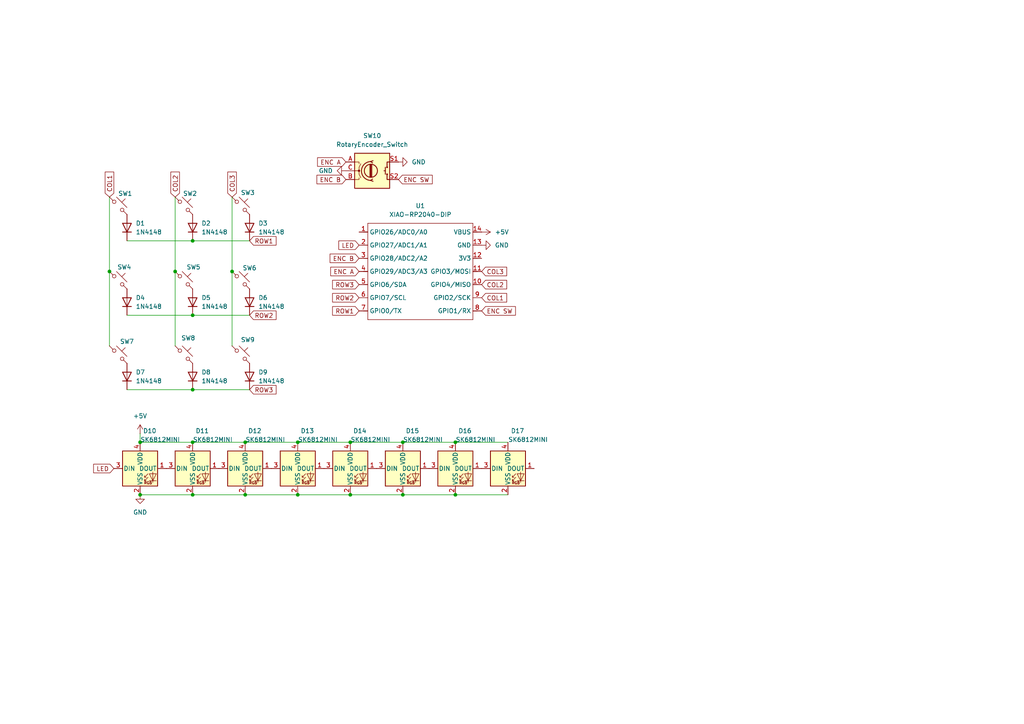
<source format=kicad_sch>
(kicad_sch (version 20231120) (generator "eeschema") (generator_version "8.0")
  (paper "A4")
  (lib_symbols
    (symbol "Device:RotaryEncoder_Switch" (pin_names (offset 0.254) hide)
      (property "Reference" "SW" (at 0 6.604 0))
      (property "Value" "RotaryEncoder_Switch" (at 0 -6.604 0))
      (symbol "RotaryEncoder_Switch_0_1"
        (rectangle (start -5.08 5.08) (end 5.08 -5.08) (stroke (width 0.254)) (fill (type background)))
        (circle (center -3.81 0) (radius 0.254) (fill (type outline)))
        (circle (center -0.381 0) (radius 1.905) (stroke (width 0.254)))
        (arc (start -0.381 2.667) (mid -3.0988 -0.0635) (end -0.381 -2.794) (stroke (width 0.254)))
        (polyline (pts (xy -0.635 -1.778) (xy -0.635 1.778)) (stroke (width 0.254)))
        (polyline (pts (xy -0.381 -1.778) (xy -0.381 1.778)) (stroke (width 0.254)))
        (polyline (pts (xy -0.127 1.778) (xy -0.127 -1.778)) (stroke (width 0.254)))
        (polyline (pts (xy 3.81 0) (xy 3.429 0)) (stroke (width 0.254)))
        (polyline (pts (xy 3.81 1.016) (xy 3.81 -1.016)) (stroke (width 0.254)))
        (polyline (pts (xy -5.08 -2.54) (xy -3.81 -2.54) (xy -3.81 -2.032)))
        (polyline (pts (xy -5.08 2.54) (xy -3.81 2.54) (xy -3.81 2.032)))
        (polyline (pts (xy 0.254 -3.048) (xy -0.508 -2.794) (xy 0.127 -2.413)) (stroke (width 0.254)))
        (polyline (pts (xy 0.254 2.921) (xy -0.508 2.667) (xy 0.127 2.286)) (stroke (width 0.254)))
        (polyline (pts (xy 5.08 -2.54) (xy 4.318 -2.54) (xy 4.318 -1.016)) (stroke (width 0.254)))
        (polyline (pts (xy 5.08 2.54) (xy 4.318 2.54) (xy 4.318 1.016)) (stroke (width 0.254)))
        (polyline (pts (xy -5.08 0) (xy -3.81 0) (xy -3.81 -1.016) (xy -3.302 -2.032)))
        (polyline (pts (xy -4.318 0) (xy -3.81 0) (xy -3.81 1.016) (xy -3.302 2.032)))
        (circle (center 4.318 -1.016) (radius 0.127) (stroke (width 0.254)))
        (circle (center 4.318 1.016) (radius 0.127) (stroke (width 0.254)))
      )
      (symbol "RotaryEncoder_Switch_1_1"
        (pin passive line (at -7.62 2.54 0) (length 2.54) (name "A") (number "A"))
        (pin passive line (at -7.62 -2.54 0) (length 2.54) (name "B") (number "B"))
        (pin passive line (at -7.62 0 0) (length 2.54) (name "C") (number "C"))
        (pin passive line (at 7.62 2.54 180) (length 2.54) (name "S1") (number "S1"))
        (pin passive line (at 7.62 -2.54 180) (length 2.54) (name "S2") (number "S2"))
      )
    )
    (symbol "Diode:1N4148" (pin_numbers hide) (pin_names hide)
      (property "Reference" "D" (at 0 2.54 0))
      (property "Value" "1N4148" (at 0 -2.54 0))
      (symbol "1N4148_0_1"
        (polyline (pts (xy -1.27 1.27) (xy -1.27 -1.27)) (stroke (width 0.254)))
        (polyline (pts (xy 1.27 0) (xy -1.27 0)))
        (polyline (pts (xy 1.27 1.27) (xy 1.27 -1.27) (xy -1.27 0) (xy 1.27 1.27)) (stroke (width 0.254)))
      )
      (symbol "1N4148_1_1"
        (pin passive line (at -3.81 0 0) (length 2.54) (name "K") (number "1"))
        (pin passive line (at 3.81 0 180) (length 2.54) (name "A") (number "2"))
      )
    )
    (symbol "LED:SK6812MINI" (pin_names (offset 0.254))
      (property "Reference" "D" (at 5.08 5.715 0))
      (property "Value" "SK6812MINI" (at 1.27 -5.715 0))
      (symbol "SK6812MINI_0_0"
        (text "RGB" (at 2.286 -4.191 0) (effects (font (size 0.762 0.762))))
      )
      (symbol "SK6812MINI_0_1"
        (polyline (pts (xy 1.27 -3.556) (xy 1.778 -3.556)))
        (polyline (pts (xy 1.27 -2.54) (xy 1.778 -2.54)))
        (polyline (pts (xy 4.699 -3.556) (xy 2.667 -3.556)))
        (polyline (pts (xy 2.286 -2.54) (xy 1.27 -3.556) (xy 1.27 -3.048)))
        (polyline (pts (xy 2.286 -1.524) (xy 1.27 -2.54) (xy 1.27 -2.032)))
        (polyline (pts (xy 3.683 -1.016) (xy 3.683 -3.556) (xy 3.683 -4.064)))
        (polyline (pts (xy 4.699 -1.524) (xy 2.667 -1.524) (xy 3.683 -3.556) (xy 4.699 -1.524)))
        (rectangle (start 5.08 5.08) (end -5.08 -5.08) (stroke (width 0.254)) (fill (type background)))
      )
      (symbol "SK6812MINI_1_1"
        (pin output line (at 7.62 0 180) (length 2.54) (name "DOUT") (number "1"))
        (pin power_in line (at 0 -7.62 90) (length 2.54) (name "VSS") (number "2"))
        (pin input line (at -7.62 0 0) (length 2.54) (name "DIN") (number "3"))
        (pin power_in line (at 0 7.62 270) (length 2.54) (name "VDD") (number "4"))
      )
    )
    (symbol "OPL:XIAO-RP2040-DIP"
      (property "Reference" "U" (at 0 0 0))
      (property "Value" "XIAO-RP2040-DIP" (at 5.334 -1.778 0))
      (symbol "XIAO-RP2040-DIP_1_0"
        (polyline (pts (xy -1.27 -30.48) (xy -1.27 -16.51)) (stroke (width 0.1524)))
        (polyline (pts (xy -1.27 -27.94) (xy -2.54 -27.94)) (stroke (width 0.1524)))
        (polyline (pts (xy -1.27 -24.13) (xy -2.54 -24.13)) (stroke (width 0.1524)))
        (polyline (pts (xy -1.27 -20.32) (xy -2.54 -20.32)) (stroke (width 0.1524)))
        (polyline (pts (xy -1.27 -16.51) (xy -2.54 -16.51)) (stroke (width 0.1524)))
        (polyline (pts (xy -1.27 -16.51) (xy -1.27 -12.7)) (stroke (width 0.1524)))
        (polyline (pts (xy -1.27 -12.7) (xy -2.54 -12.7)) (stroke (width 0.1524)))
        (polyline (pts (xy -1.27 -12.7) (xy -1.27 -8.89)) (stroke (width 0.1524)))
        (polyline (pts (xy -1.27 -8.89) (xy -2.54 -8.89)) (stroke (width 0.1524)))
        (polyline (pts (xy -1.27 -8.89) (xy -1.27 -5.08)) (stroke (width 0.1524)))
        (polyline (pts (xy -1.27 -5.08) (xy -2.54 -5.08)) (stroke (width 0.1524)))
        (polyline (pts (xy -1.27 -5.08) (xy -1.27 -2.54)) (stroke (width 0.1524)))
        (polyline (pts (xy -1.27 -2.54) (xy 29.21 -2.54)) (stroke (width 0.1524)))
        (polyline (pts (xy 29.21 -30.48) (xy -1.27 -30.48)) (stroke (width 0.1524)))
        (polyline (pts (xy 29.21 -12.7) (xy 29.21 -30.48)) (stroke (width 0.1524)))
        (polyline (pts (xy 29.21 -8.89) (xy 29.21 -12.7)) (stroke (width 0.1524)))
        (polyline (pts (xy 29.21 -5.08) (xy 29.21 -8.89)) (stroke (width 0.1524)))
        (polyline (pts (xy 29.21 -2.54) (xy 29.21 -5.08)) (stroke (width 0.1524)))
        (polyline (pts (xy 30.48 -27.94) (xy 29.21 -27.94)) (stroke (width 0.1524)))
        (polyline (pts (xy 30.48 -24.13) (xy 29.21 -24.13)) (stroke (width 0.1524)))
        (polyline (pts (xy 30.48 -20.32) (xy 29.21 -20.32)) (stroke (width 0.1524)))
        (polyline (pts (xy 30.48 -16.51) (xy 29.21 -16.51)) (stroke (width 0.1524)))
        (polyline (pts (xy 30.48 -12.7) (xy 29.21 -12.7)) (stroke (width 0.1524)))
        (polyline (pts (xy 30.48 -8.89) (xy 29.21 -8.89)) (stroke (width 0.1524)))
        (polyline (pts (xy 30.48 -5.08) (xy 29.21 -5.08)) (stroke (width 0.1524)))
        (pin passive line (at -3.81 -5.08 0) (length 2.54) (name "GPIO26/ADC0/A0") (number "1"))
        (pin passive line (at 31.75 -20.32 180) (length 2.54) (name "GPIO4/MISO") (number "10"))
        (pin passive line (at 31.75 -16.51 180) (length 2.54) (name "GPIO3/MOSI") (number "11"))
        (pin passive line (at 31.75 -12.7 180) (length 2.54) (name "3V3") (number "12"))
        (pin passive line (at 31.75 -8.89 180) (length 2.54) (name "GND") (number "13"))
        (pin passive line (at 31.75 -5.08 180) (length 2.54) (name "VBUS") (number "14"))
        (pin passive line (at -3.81 -8.89 0) (length 2.54) (name "GPIO27/ADC1/A1") (number "2"))
        (pin passive line (at -3.81 -12.7 0) (length 2.54) (name "GPIO28/ADC2/A2") (number "3"))
        (pin passive line (at -3.81 -16.51 0) (length 2.54) (name "GPIO29/ADC3/A3") (number "4"))
        (pin passive line (at -3.81 -20.32 0) (length 2.54) (name "GPIO6/SDA") (number "5"))
        (pin passive line (at -3.81 -24.13 0) (length 2.54) (name "GPIO7/SCL") (number "6"))
        (pin passive line (at -3.81 -27.94 0) (length 2.54) (name "GPIO0/TX") (number "7"))
        (pin passive line (at 31.75 -27.94 180) (length 2.54) (name "GPIO1/RX") (number "8"))
        (pin passive line (at 31.75 -24.13 180) (length 2.54) (name "GPIO2/SCK") (number "9"))
      )
    )
    (symbol "Switch:SW_Push_45deg" (pin_numbers hide) (pin_names (offset 1.016) hide)
      (property "Reference" "SW" (at 3.048 1.016 0))
      (property "Value" "SW_Push_45deg" (at 0 -3.81 0))
      (symbol "SW_Push_45deg_0_1"
        (circle (center -1.1684 1.1684) (radius 0.508))
        (polyline (pts (xy -0.508 2.54) (xy 2.54 -0.508)))
        (polyline (pts (xy 1.016 1.016) (xy 2.032 2.032)))
        (polyline (pts (xy -2.54 2.54) (xy -1.524 1.524) (xy -1.524 1.524)))
        (polyline (pts (xy 1.524 -1.524) (xy 2.54 -2.54) (xy 2.54 -2.54) (xy 2.54 -2.54)))
        (circle (center 1.143 -1.1938) (radius 0.508))
        (pin passive line (at -2.54 2.54 0) (length 0) (name "1") (number "1"))
        (pin passive line (at 2.54 -2.54 180) (length 0) (name "2") (number "2"))
      )
    )
    (symbol "power:+5V" (power) (pin_numbers hide) (pin_names (offset 0) hide)
      (property "Value" "+5V" (at 0 3.556 0))
      (symbol "+5V_0_1"
        (polyline (pts (xy -0.762 1.27) (xy 0 2.54)))
        (polyline (pts (xy 0 0) (xy 0 2.54)))
        (polyline (pts (xy 0 2.54) (xy 0.762 1.27)))
      )
      (symbol "+5V_1_1"
        (pin power_in line (at 0 0 90) (length 0) (name "~") (number "1"))
      )
    )
    (symbol "power:GND" (power) (pin_numbers hide) (pin_names (offset 0) hide)
      (property "Value" "GND" (at 0 -3.81 0))
      (symbol "GND_0_1"
        (polyline (pts (xy 0 0) (xy 0 -1.27) (xy 1.27 -1.27) (xy 0 -2.54) (xy -1.27 -1.27) (xy 0 -1.27)))
      )
      (symbol "GND_1_1"
        (pin power_in line (at 0 0 270) (length 0) (name "~") (number "1"))
      )
    )
  )
  (junction (at 55.88 143.51))
  (junction (at 116.84 143.51))
  (junction (at 132.08 128.27))
  (junction (at 101.6 128.27))
  (junction (at 86.36 128.27))
  (junction (at 40.64 143.51))
  (junction (at 71.12 128.27))
  (junction (at 31.75 78.74))
  (junction (at 40.64 128.27))
  (junction (at 132.08 143.51))
  (junction (at 86.36 143.51))
  (junction (at 67.31 78.74))
  (junction (at 71.12 143.51))
  (junction (at 116.84 128.27))
  (junction (at 55.88 69.85))
  (junction (at 50.8 78.74))
  (junction (at 55.88 113.03))
  (junction (at 55.88 128.27))
  (junction (at 101.6 143.51))
  (junction (at 55.88 91.44))
  (wire (pts (xy 50.8 57.15) (xy 50.8 78.74)))
  (wire (pts (xy 55.88 69.85) (xy 72.39 69.85)))
  (wire (pts (xy 147.32 128.27) (xy 132.08 128.27)))
  (wire (pts (xy 40.64 125.73) (xy 40.64 128.27)))
  (wire (pts (xy 36.83 113.03) (xy 55.88 113.03)))
  (wire (pts (xy 67.31 57.15) (xy 67.31 78.74)))
  (wire (pts (xy 50.8 100.33) (xy 50.8 78.74)))
  (wire (pts (xy 101.6 128.27) (xy 116.84 128.27)))
  (wire (pts (xy 31.75 57.15) (xy 31.75 78.74)))
  (wire (pts (xy 71.12 143.51) (xy 86.36 143.51)))
  (wire (pts (xy 55.88 128.27) (xy 71.12 128.27)))
  (wire (pts (xy 147.32 143.51) (xy 132.08 143.51)))
  (wire (pts (xy 36.83 69.85) (xy 55.88 69.85)))
  (wire (pts (xy 116.84 128.27) (xy 132.08 128.27)))
  (wire (pts (xy 40.64 143.51) (xy 55.88 143.51)))
  (wire (pts (xy 71.12 128.27) (xy 86.36 128.27)))
  (wire (pts (xy 36.83 91.44) (xy 55.88 91.44)))
  (wire (pts (xy 86.36 143.51) (xy 101.6 143.51)))
  (wire (pts (xy 55.88 113.03) (xy 72.39 113.03)))
  (wire (pts (xy 86.36 128.27) (xy 101.6 128.27)))
  (wire (pts (xy 40.64 128.27) (xy 55.88 128.27)))
  (wire (pts (xy 55.88 143.51) (xy 71.12 143.51)))
  (wire (pts (xy 31.75 100.33) (xy 31.75 78.74)))
  (wire (pts (xy 55.88 91.44) (xy 72.39 91.44)))
  (wire (pts (xy 116.84 143.51) (xy 132.08 143.51)))
  (wire (pts (xy 67.31 100.33) (xy 67.31 78.74)))
  (wire (pts (xy 101.6 143.51) (xy 116.84 143.51)))
  (global_label "COL1" (shape input) (at 139.7 86.36 0) (property "Intersheetrefs" "${INTERSHEET_REFS}" (effects (hide yes))))
  (global_label "ROW2" (shape input) (at 72.39 91.44 0) (property "Intersheetrefs" "${INTERSHEET_REFS}" (effects (hide yes))))
  (global_label "COL3" (shape input) (at 139.7 78.74 0) (property "Intersheetrefs" "${INTERSHEET_REFS}" (effects (hide yes))))
  (global_label "COL2" (shape input) (at 50.8 57.15 90) (property "Intersheetrefs" "${INTERSHEET_REFS}" (effects (hide yes))))
  (global_label "ENC B" (shape input) (at 104.14 74.93 180) (property "Intersheetrefs" "${INTERSHEET_REFS}" (effects (hide yes))))
  (global_label "ENC A" (shape input) (at 100.33 46.99 180) (property "Intersheetrefs" "${INTERSHEET_REFS}" (effects (hide yes))))
  (global_label "ROW1" (shape input) (at 104.14 90.17 180) (property "Intersheetrefs" "${INTERSHEET_REFS}" (effects (hide yes))))
  (global_label "COL3" (shape input) (at 67.31 57.15 90) (property "Intersheetrefs" "${INTERSHEET_REFS}" (effects (hide yes))))
  (global_label "ROW3" (shape input) (at 104.14 82.55 180) (property "Intersheetrefs" "${INTERSHEET_REFS}" (effects (hide yes))))
  (global_label "ENC A" (shape input) (at 104.14 78.74 180) (property "Intersheetrefs" "${INTERSHEET_REFS}" (effects (hide yes))))
  (global_label "ENC SW" (shape input) (at 139.7 90.17 0) (property "Intersheetrefs" "${INTERSHEET_REFS}" (effects (hide yes))))
  (global_label "ROW2" (shape input) (at 104.14 86.36 180) (property "Intersheetrefs" "${INTERSHEET_REFS}" (effects (hide yes))))
  (global_label "LED" (shape input) (at 104.14 71.12 180) (property "Intersheetrefs" "${INTERSHEET_REFS}" (effects (hide yes))))
  (global_label "COL1" (shape input) (at 31.75 57.15 90) (property "Intersheetrefs" "${INTERSHEET_REFS}" (effects (hide yes))))
  (global_label "ROW3" (shape input) (at 72.39 113.03 0) (property "Intersheetrefs" "${INTERSHEET_REFS}" (effects (hide yes))))
  (global_label "ENC SW" (shape input) (at 115.57 52.07 0) (property "Intersheetrefs" "${INTERSHEET_REFS}" (effects (hide yes))))
  (global_label "ENC B" (shape input) (at 100.33 52.07 180) (property "Intersheetrefs" "${INTERSHEET_REFS}" (effects (hide yes))))
  (global_label "ROW1" (shape input) (at 72.39 69.85 0) (property "Intersheetrefs" "${INTERSHEET_REFS}" (effects (hide yes))))
  (global_label "COL2" (shape input) (at 139.7 82.55 0) (property "Intersheetrefs" "${INTERSHEET_REFS}" (effects (hide yes))))
  (global_label "LED" (shape input) (at 33.02 135.89 180) (property "Intersheetrefs" "${INTERSHEET_REFS}" (effects (hide yes))))
  (symbol (lib_id "Switch:SW_Push_45deg") (at 34.29 59.69 0) (unit 1)
    (property "Reference" "SW1" (at 36.322 56.134 0))
    (property "Value" "SW_Push_45deg" (effects (hide yes)))
    (property "Footprint" "Button_Switch_Keyboard:SW_Cherry_MX_1.00u_PCB" (effects (hide yes)))
    (property "Description" "Push button switch, normally open, two pins, 45° tilted" (effects (hide yes)))
  )
  (symbol (lib_id "power:GND") (at 139.7 71.12 90) (unit 1)
    (property "Reference" "#PWR02" (effects (hide yes)))
    (property "Value" "GND" (at 143.51 71.1199 90) (effects (justify right)))
    (property "Description" "Power symbol creates a global label with name \"GND\" , ground" (effects (hide yes)))
  )
  (symbol (lib_id "Diode:1N4148") (at 55.88 66.04 90) (unit 1)
    (property "Reference" "D2" (at 58.42 64.7699 90) (effects (justify right)))
    (property "Value" "1N4148" (at 58.42 67.3099 90) (effects (justify right)))
    (property "Footprint" "Diode_THT:D_DO-35_SOD27_P7.62mm_Horizontal" (effects (hide yes)))
    (property "Datasheet" "https://assets.nexperia.com/documents/data-sheet/1N4148_1N4448.pdf" (effects (hide yes)))
    (property "Description" "100V 0.15A standard switching diode, DO-35" (effects (hide yes)))
    (property "Sim.Device" "D" (effects (hide yes)))
    (property "Sim.Pins" "1=K 2=A" (effects (hide yes)))
  )
  (symbol (lib_id "LED:SK6812MINI") (at 71.12 135.89 0) (unit 1)
    (property "Reference" "D12" (at 73.914 124.968 0))
    (property "Value" "SK6812MINI" (at 76.962 127.508 0))
    (property "Footprint" "LED_SMD:LED_SK6812MINI_PLCC4_3.5x3.5mm_P1.75mm" (effects (hide yes)))
    (property "Datasheet" "https://cdn-shop.adafruit.com/product-files/2686/SK6812MINI_REV.01-1-2.pdf" (effects (hide yes)))
    (property "Description" "RGB LED with integrated controller" (effects (hide yes)))
  )
  (symbol (lib_id "power:+5V") (at 139.7 67.31 270) (unit 1)
    (property "Reference" "#PWR03" (effects (hide yes)))
    (property "Value" "+5V" (at 143.51 67.3099 90) (effects (justify left)))
    (property "Description" "Power symbol creates a global label with name \"+5V\"" (effects (hide yes)))
  )
  (symbol (lib_id "LED:SK6812MINI") (at 116.84 135.89 0) (unit 1)
    (property "Reference" "D15" (at 119.634 124.968 0))
    (property "Value" "SK6812MINI" (at 122.682 127.508 0))
    (property "Footprint" "LED_SMD:LED_SK6812MINI_PLCC4_3.5x3.5mm_P1.75mm" (effects (hide yes)))
    (property "Datasheet" "https://cdn-shop.adafruit.com/product-files/2686/SK6812MINI_REV.01-1-2.pdf" (effects (hide yes)))
    (property "Description" "RGB LED with integrated controller" (effects (hide yes)))
  )
  (symbol (lib_id "power:GND") (at 100.33 49.53 270) (unit 1)
    (property "Reference" "#PWR05" (effects (hide yes)))
    (property "Value" "GND" (at 96.52 49.5299 90) (effects (justify right)))
    (property "Description" "Power symbol creates a global label with name \"GND\" , ground" (effects (hide yes)))
  )
  (symbol (lib_id "Diode:1N4148") (at 72.39 66.04 90) (unit 1)
    (property "Reference" "D3" (at 74.93 64.7699 90) (effects (justify right)))
    (property "Value" "1N4148" (at 74.93 67.3099 90) (effects (justify right)))
    (property "Footprint" "Diode_THT:D_DO-35_SOD27_P7.62mm_Horizontal" (effects (hide yes)))
    (property "Datasheet" "https://assets.nexperia.com/documents/data-sheet/1N4148_1N4448.pdf" (effects (hide yes)))
    (property "Description" "100V 0.15A standard switching diode, DO-35" (effects (hide yes)))
    (property "Sim.Device" "D" (effects (hide yes)))
    (property "Sim.Pins" "1=K 2=A" (effects (hide yes)))
  )
  (symbol (lib_id "LED:SK6812MINI") (at 55.88 135.89 0) (unit 1)
    (property "Reference" "D11" (at 58.674 124.968 0))
    (property "Value" "SK6812MINI" (at 61.722 127.508 0))
    (property "Footprint" "LED_SMD:LED_SK6812MINI_PLCC4_3.5x3.5mm_P1.75mm" (effects (hide yes)))
    (property "Datasheet" "https://cdn-shop.adafruit.com/product-files/2686/SK6812MINI_REV.01-1-2.pdf" (effects (hide yes)))
    (property "Description" "RGB LED with integrated controller" (effects (hide yes)))
  )
  (symbol (lib_id "Diode:1N4148") (at 36.83 66.04 90) (unit 1)
    (property "Reference" "D1" (at 39.37 64.7699 90) (effects (justify right)))
    (property "Value" "1N4148" (at 39.37 67.3099 90) (effects (justify right)))
    (property "Footprint" "Diode_THT:D_DO-35_SOD27_P7.62mm_Horizontal" (effects (hide yes)))
    (property "Datasheet" "https://assets.nexperia.com/documents/data-sheet/1N4148_1N4448.pdf" (effects (hide yes)))
    (property "Description" "100V 0.15A standard switching diode, DO-35" (effects (hide yes)))
    (property "Sim.Device" "D" (effects (hide yes)))
    (property "Sim.Pins" "1=K 2=A" (effects (hide yes)))
  )
  (symbol (lib_id "Diode:1N4148") (at 72.39 87.63 90) (unit 1)
    (property "Reference" "D6" (at 74.93 86.3599 90) (effects (justify right)))
    (property "Value" "1N4148" (at 74.93 88.8999 90) (effects (justify right)))
    (property "Footprint" "Diode_THT:D_DO-35_SOD27_P7.62mm_Horizontal" (effects (hide yes)))
    (property "Datasheet" "https://assets.nexperia.com/documents/data-sheet/1N4148_1N4448.pdf" (effects (hide yes)))
    (property "Description" "100V 0.15A standard switching diode, DO-35" (effects (hide yes)))
    (property "Sim.Device" "D" (effects (hide yes)))
    (property "Sim.Pins" "1=K 2=A" (effects (hide yes)))
  )
  (symbol (lib_id "LED:SK6812MINI") (at 40.64 135.89 0) (unit 1)
    (property "Reference" "D10" (at 43.434 124.968 0))
    (property "Value" "SK6812MINI" (at 46.482 127.508 0))
    (property "Footprint" "LED_SMD:LED_SK6812MINI_PLCC4_3.5x3.5mm_P1.75mm" (effects (hide yes)))
    (property "Datasheet" "https://cdn-shop.adafruit.com/product-files/2686/SK6812MINI_REV.01-1-2.pdf" (effects (hide yes)))
    (property "Description" "RGB LED with integrated controller" (effects (hide yes)))
  )
  (symbol (lib_id "Switch:SW_Push_45deg") (at 69.85 102.87 0) (unit 1)
    (property "Reference" "SW9" (at 71.882 98.552 0))
    (property "Value" "SW_Push_45deg" (effects (hide yes)))
    (property "Footprint" "Button_Switch_Keyboard:SW_Cherry_MX_1.00u_PCB" (effects (hide yes)))
    (property "Description" "Push button switch, normally open, two pins, 45° tilted" (effects (hide yes)))
  )
  (symbol (lib_id "power:GND") (at 115.57 46.99 90) (unit 1)
    (property "Reference" "#PWR01" (effects (hide yes)))
    (property "Value" "GND" (at 119.38 46.9899 90) (effects (justify right)))
    (property "Description" "Power symbol creates a global label with name \"GND\" , ground" (effects (hide yes)))
  )
  (symbol (lib_id "Diode:1N4148") (at 36.83 109.22 90) (unit 1)
    (property "Reference" "D7" (at 39.37 107.9499 90) (effects (justify right)))
    (property "Value" "1N4148" (at 39.37 110.4899 90) (effects (justify right)))
    (property "Footprint" "Diode_THT:D_DO-35_SOD27_P7.62mm_Horizontal" (effects (hide yes)))
    (property "Datasheet" "https://assets.nexperia.com/documents/data-sheet/1N4148_1N4448.pdf" (effects (hide yes)))
    (property "Description" "100V 0.15A standard switching diode, DO-35" (effects (hide yes)))
    (property "Sim.Device" "D" (effects (hide yes)))
    (property "Sim.Pins" "1=K 2=A" (effects (hide yes)))
  )
  (symbol (lib_id "Switch:SW_Push_45deg") (at 53.34 81.28 0) (unit 1)
    (property "Reference" "SW5" (at 56.134 77.47 0))
    (property "Value" "SW_Push_45deg" (effects (hide yes)))
    (property "Footprint" "Button_Switch_Keyboard:SW_Cherry_MX_1.00u_PCB" (effects (hide yes)))
    (property "Description" "Push button switch, normally open, two pins, 45° tilted" (effects (hide yes)))
  )
  (symbol (lib_id "power:+5V") (at 40.64 125.73 0) (unit 1)
    (property "Reference" "#PWR04" (effects (hide yes)))
    (property "Value" "+5V" (at 40.64 120.65 0))
    (property "Description" "Power symbol creates a global label with name \"+5V\"" (effects (hide yes)))
  )
  (symbol (lib_id "Switch:SW_Push_45deg") (at 69.85 59.69 0) (unit 1)
    (property "Reference" "SW3" (at 71.882 55.88 0))
    (property "Value" "SW_Push_45deg" (effects (hide yes)))
    (property "Footprint" "Button_Switch_Keyboard:SW_Cherry_MX_1.00u_PCB" (effects (hide yes)))
    (property "Description" "Push button switch, normally open, two pins, 45° tilted" (effects (hide yes)))
  )
  (symbol (lib_id "Device:RotaryEncoder_Switch") (at 107.95 49.53 0) (unit 1)
    (property "Reference" "SW10" (at 107.95 39.37 0))
    (property "Value" "RotaryEncoder_Switch" (at 107.95 41.91 0))
    (property "Footprint" "Rotary_Encoder:RotaryEncoder_Alps_EC11E-Switch_Vertical_H20mm" (effects (hide yes)))
    (property "Description" "Rotary encoder, dual channel, incremental quadrate outputs, with switch" (effects (hide yes)))
  )
  (symbol (lib_id "Switch:SW_Push_45deg") (at 69.85 81.28 0) (unit 1)
    (property "Reference" "SW6" (at 72.39 77.724 0))
    (property "Value" "SW_Push_45deg" (effects (hide yes)))
    (property "Footprint" "Button_Switch_Keyboard:SW_Cherry_MX_1.00u_PCB" (effects (hide yes)))
    (property "Description" "Push button switch, normally open, two pins, 45° tilted" (effects (hide yes)))
  )
  (symbol (lib_id "Diode:1N4148") (at 72.39 109.22 90) (unit 1)
    (property "Reference" "D9" (at 74.93 107.9499 90) (effects (justify right)))
    (property "Value" "1N4148" (at 74.93 110.4899 90) (effects (justify right)))
    (property "Footprint" "Diode_THT:D_DO-35_SOD27_P7.62mm_Horizontal" (effects (hide yes)))
    (property "Datasheet" "https://assets.nexperia.com/documents/data-sheet/1N4148_1N4448.pdf" (effects (hide yes)))
    (property "Description" "100V 0.15A standard switching diode, DO-35" (effects (hide yes)))
    (property "Sim.Device" "D" (effects (hide yes)))
    (property "Sim.Pins" "1=K 2=A" (effects (hide yes)))
  )
  (symbol (lib_id "Diode:1N4148") (at 36.83 87.63 90) (unit 1)
    (property "Reference" "D4" (at 39.37 86.3599 90) (effects (justify right)))
    (property "Value" "1N4148" (at 39.37 88.8999 90) (effects (justify right)))
    (property "Footprint" "Diode_THT:D_DO-35_SOD27_P7.62mm_Horizontal" (effects (hide yes)))
    (property "Datasheet" "https://assets.nexperia.com/documents/data-sheet/1N4148_1N4448.pdf" (effects (hide yes)))
    (property "Description" "100V 0.15A standard switching diode, DO-35" (effects (hide yes)))
    (property "Sim.Device" "D" (effects (hide yes)))
    (property "Sim.Pins" "1=K 2=A" (effects (hide yes)))
  )
  (symbol (lib_id "Switch:SW_Push_45deg") (at 53.34 59.69 0) (unit 1)
    (property "Reference" "SW2" (at 55.118 56.134 0))
    (property "Value" "SW_Push_45deg" (effects (hide yes)))
    (property "Footprint" "Button_Switch_Keyboard:SW_Cherry_MX_1.00u_PCB" (effects (hide yes)))
    (property "Description" "Push button switch, normally open, two pins, 45° tilted" (effects (hide yes)))
  )
  (symbol (lib_id "LED:SK6812MINI") (at 132.08 135.89 0) (unit 1)
    (property "Reference" "D16" (at 134.874 124.968 0))
    (property "Value" "SK6812MINI" (at 137.922 127.508 0))
    (property "Footprint" "LED_SMD:LED_SK6812MINI_PLCC4_3.5x3.5mm_P1.75mm" (effects (hide yes)))
    (property "Datasheet" "https://cdn-shop.adafruit.com/product-files/2686/SK6812MINI_REV.01-1-2.pdf" (effects (hide yes)))
    (property "Description" "RGB LED with integrated controller" (effects (hide yes)))
  )
  (symbol (lib_id "Diode:1N4148") (at 55.88 109.22 90) (unit 1)
    (property "Reference" "D8" (at 58.42 107.9499 90) (effects (justify right)))
    (property "Value" "1N4148" (at 58.42 110.4899 90) (effects (justify right)))
    (property "Footprint" "Diode_THT:D_DO-35_SOD27_P7.62mm_Horizontal" (effects (hide yes)))
    (property "Datasheet" "https://assets.nexperia.com/documents/data-sheet/1N4148_1N4448.pdf" (effects (hide yes)))
    (property "Description" "100V 0.15A standard switching diode, DO-35" (effects (hide yes)))
    (property "Sim.Device" "D" (effects (hide yes)))
    (property "Sim.Pins" "1=K 2=A" (effects (hide yes)))
  )
  (symbol (lib_id "LED:SK6812MINI") (at 101.6 135.89 0) (unit 1)
    (property "Reference" "D14" (at 104.394 124.968 0))
    (property "Value" "SK6812MINI" (at 107.442 127.508 0))
    (property "Footprint" "LED_SMD:LED_SK6812MINI_PLCC4_3.5x3.5mm_P1.75mm" (effects (hide yes)))
    (property "Datasheet" "https://cdn-shop.adafruit.com/product-files/2686/SK6812MINI_REV.01-1-2.pdf" (effects (hide yes)))
    (property "Description" "RGB LED with integrated controller" (effects (hide yes)))
  )
  (symbol (lib_id "Switch:SW_Push_45deg") (at 34.29 102.87 0) (unit 1)
    (property "Reference" "SW7" (at 36.83 99.06 0))
    (property "Value" "SW_Push_45deg" (effects (hide yes)))
    (property "Footprint" "Button_Switch_Keyboard:SW_Cherry_MX_1.00u_PCB" (effects (hide yes)))
    (property "Description" "Push button switch, normally open, two pins, 45° tilted" (effects (hide yes)))
  )
  (symbol (lib_id "Diode:1N4148") (at 55.88 87.63 90) (unit 1)
    (property "Reference" "D5" (at 58.42 86.3599 90) (effects (justify right)))
    (property "Value" "1N4148" (at 58.42 88.8999 90) (effects (justify right)))
    (property "Footprint" "Diode_THT:D_DO-35_SOD27_P7.62mm_Horizontal" (effects (hide yes)))
    (property "Datasheet" "https://assets.nexperia.com/documents/data-sheet/1N4148_1N4448.pdf" (effects (hide yes)))
    (property "Description" "100V 0.15A standard switching diode, DO-35" (effects (hide yes)))
    (property "Sim.Device" "D" (effects (hide yes)))
    (property "Sim.Pins" "1=K 2=A" (effects (hide yes)))
  )
  (symbol (lib_id "power:GND") (at 40.64 143.51 0) (unit 1)
    (property "Reference" "#PWR06" (effects (hide yes)))
    (property "Value" "GND" (at 40.64 148.59 0))
    (property "Description" "Power symbol creates a global label with name \"GND\" , ground" (effects (hide yes)))
  )
  (symbol (lib_id "LED:SK6812MINI") (at 147.32 135.89 0) (unit 1)
    (property "Reference" "D17" (at 150.114 124.968 0))
    (property "Value" "SK6812MINI" (at 153.162 127.508 0))
    (property "Footprint" "LED_SMD:LED_SK6812MINI_PLCC4_3.5x3.5mm_P1.75mm" (effects (hide yes)))
    (property "Datasheet" "https://cdn-shop.adafruit.com/product-files/2686/SK6812MINI_REV.01-1-2.pdf" (effects (hide yes)))
    (property "Description" "RGB LED with integrated controller" (effects (hide yes)))
  )
  (symbol (lib_id "Switch:SW_Push_45deg") (at 34.29 81.28 0) (unit 1)
    (property "Reference" "SW4" (at 36.068 77.47 0))
    (property "Value" "SW_Push_45deg" (effects (hide yes)))
    (property "Footprint" "Button_Switch_Keyboard:SW_Cherry_MX_1.00u_PCB" (effects (hide yes)))
    (property "Description" "Push button switch, normally open, two pins, 45° tilted" (effects (hide yes)))
  )
  (symbol (lib_id "LED:SK6812MINI") (at 86.36 135.89 0) (unit 1)
    (property "Reference" "D13" (at 89.154 124.968 0))
    (property "Value" "SK6812MINI" (at 92.202 127.508 0))
    (property "Footprint" "LED_SMD:LED_SK6812MINI_PLCC4_3.5x3.5mm_P1.75mm" (effects (hide yes)))
    (property "Datasheet" "https://cdn-shop.adafruit.com/product-files/2686/SK6812MINI_REV.01-1-2.pdf" (effects (hide yes)))
    (property "Description" "RGB LED with integrated controller" (effects (hide yes)))
  )
  (symbol (lib_id "Switch:SW_Push_45deg") (at 53.34 102.87 0) (unit 1)
    (property "Reference" "SW8" (at 54.61 98.044 0))
    (property "Value" "SW_Push_45deg" (effects (hide yes)))
    (property "Footprint" "Button_Switch_Keyboard:SW_Cherry_MX_1.00u_PCB" (effects (hide yes)))
    (property "Description" "Push button switch, normally open, two pins, 45° tilted" (effects (hide yes)))
  )
  (symbol (lib_id "OPL:XIAO-RP2040-DIP") (at 107.95 62.23 0) (unit 1)
    (property "Reference" "U1" (at 121.92 59.69 0))
    (property "Value" "XIAO-RP2040-DIP" (at 121.92 62.23 0))
    (property "Footprint" "OPL:XIAO-RP2040-DIP" (effects (hide yes)))
  )
)
</source>
